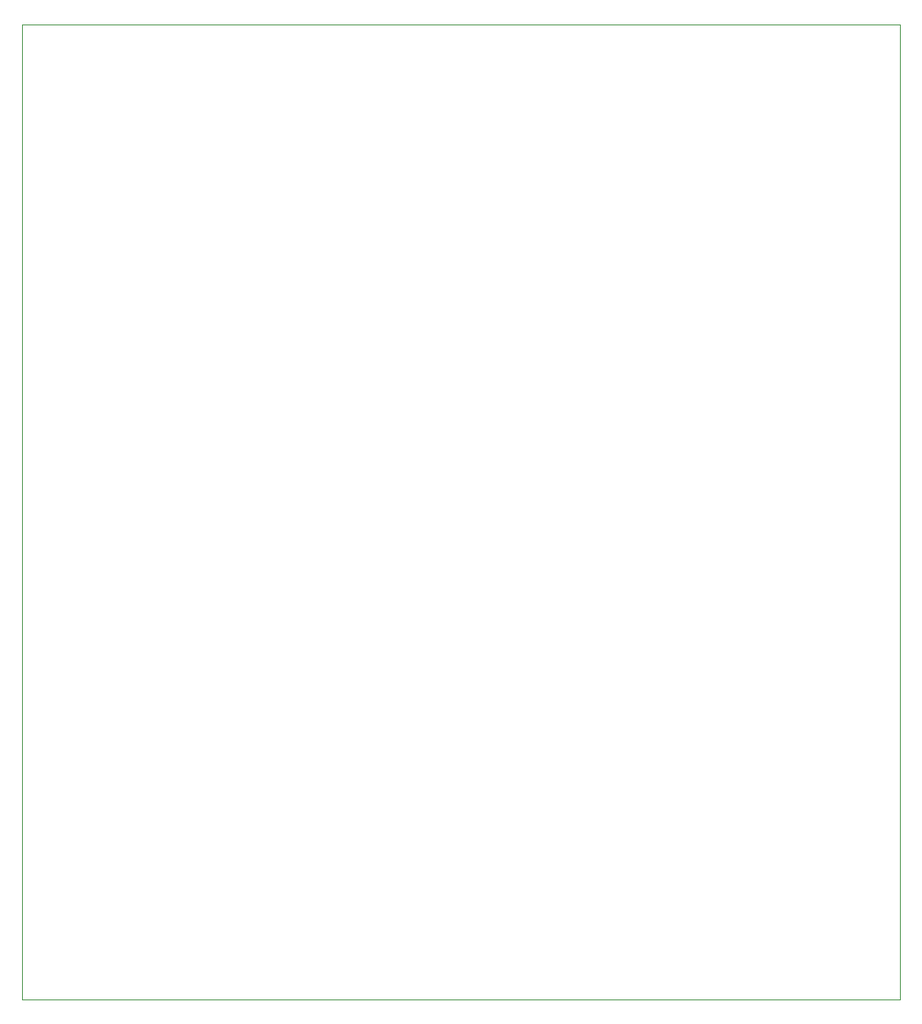
<source format=gbr>
%TF.GenerationSoftware,KiCad,Pcbnew,9.0.6*%
%TF.CreationDate,2025-12-01T09:05:12-05:00*%
%TF.ProjectId,Invernadero Automatizado,496e7665-726e-4616-9465-726f20417574,rev?*%
%TF.SameCoordinates,Original*%
%TF.FileFunction,Profile,NP*%
%FSLAX46Y46*%
G04 Gerber Fmt 4.6, Leading zero omitted, Abs format (unit mm)*
G04 Created by KiCad (PCBNEW 9.0.6) date 2025-12-01 09:05:12*
%MOMM*%
%LPD*%
G01*
G04 APERTURE LIST*
%TA.AperFunction,Profile*%
%ADD10C,0.050000*%
%TD*%
G04 APERTURE END LIST*
D10*
X78000000Y-49500000D02*
X169000000Y-49500000D01*
X169000000Y-150500000D01*
X78000000Y-150500000D01*
X78000000Y-49500000D01*
M02*

</source>
